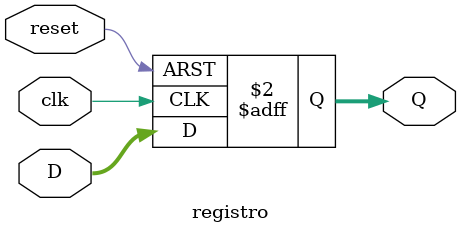
<source format=sv>
module registro #(parameter N = 4)
						(input logic clk,
						input logic [N-1:0]D,
						input logic reset,
						output logic [N-1:0]Q);
		
						
		always_ff @(posedge clk, posedge reset)//->logica basada en flipflops basada en flancos, logica combinacional always_com
		begin
		if (reset) 
			Q <= {N{1'b0}};
		
		else 
		
			 Q <= D;
		end

						
endmodule

</source>
